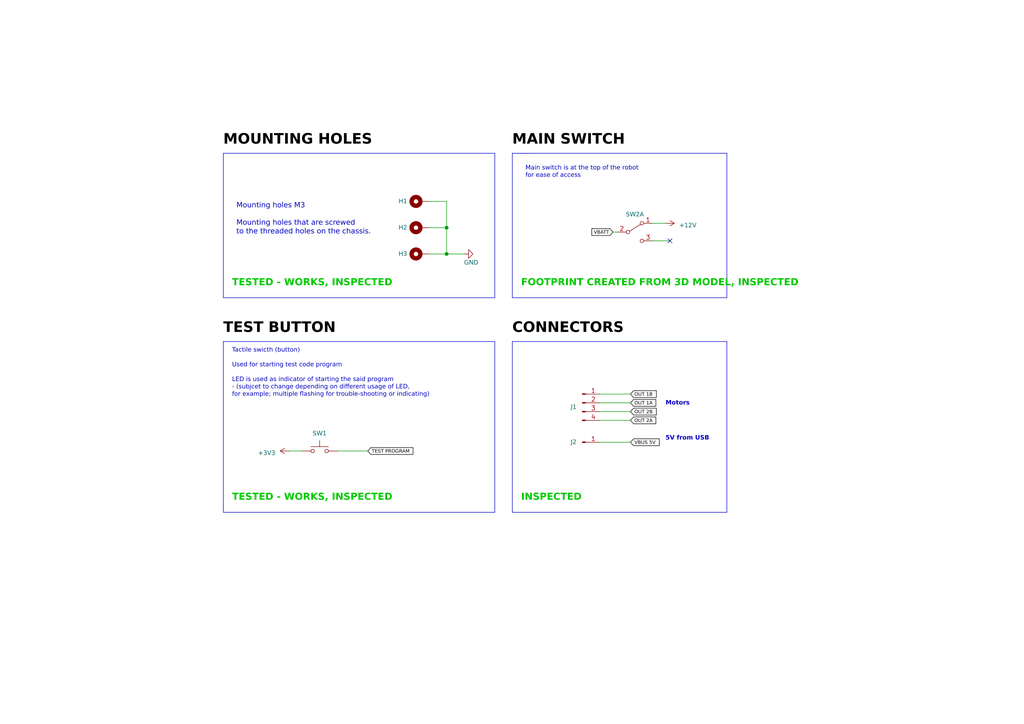
<source format=kicad_sch>
(kicad_sch (version 20231120) (generator "eeschema") (generator_version "8.0")
  (paper "A4")
  (title_block (title "SUMEC SMD") (company "SPŠ NA PROSEKU"))
  (lib_symbols
    (symbol "Connector:Conn_01x01_Pin" (pin_names (offset 1.016) hide)
      (property "Reference" "J" (at 0 2.54 0))
      (property "Value" "Conn_01x01_Pin" (at 0 -2.54 0))
      (symbol "Conn_01x01_Pin_1_1"
        (polyline (pts (xy 1.27 0) (xy 0.8636 0)) (stroke (width 0.1524)))
        (rectangle (start 0.8636 0.127) (end 0 -0.127) (stroke (width 0.1524)) (fill (type outline)))
        (pin passive line (at 5.08 0 180) (length 3.81) (name "Pin_1") (number "1"))
      )
    )
    (symbol "Connector:Conn_01x04_Pin" (pin_names (offset 1.016) hide)
      (property "Reference" "J" (at 0 5.08 0))
      (property "Value" "Conn_01x04_Pin" (at 0 -7.62 0))
      (symbol "Conn_01x04_Pin_1_1"
        (polyline (pts (xy 1.27 -5.08) (xy 0.8636 -5.08)) (stroke (width 0.1524)))
        (polyline (pts (xy 1.27 -2.54) (xy 0.8636 -2.54)) (stroke (width 0.1524)))
        (polyline (pts (xy 1.27 0) (xy 0.8636 0)) (stroke (width 0.1524)))
        (polyline (pts (xy 1.27 2.54) (xy 0.8636 2.54)) (stroke (width 0.1524)))
        (rectangle (start 0.8636 -4.953) (end 0 -5.207) (stroke (width 0.1524)) (fill (type outline)))
        (rectangle (start 0.8636 -2.413) (end 0 -2.667) (stroke (width 0.1524)) (fill (type outline)))
        (rectangle (start 0.8636 0.127) (end 0 -0.127) (stroke (width 0.1524)) (fill (type outline)))
        (rectangle (start 0.8636 2.667) (end 0 2.413) (stroke (width 0.1524)) (fill (type outline)))
        (pin passive line (at 5.08 2.54 180) (length 3.81) (name "Pin_1") (number "1"))
        (pin passive line (at 5.08 0 180) (length 3.81) (name "Pin_2") (number "2"))
        (pin passive line (at 5.08 -2.54 180) (length 3.81) (name "Pin_3") (number "3"))
        (pin passive line (at 5.08 -5.08 180) (length 3.81) (name "Pin_4") (number "4"))
      )
    )
    (symbol "Mechanical:MountingHole_Pad" (pin_numbers hide) (pin_names (offset 1.016) hide)
      (property "Reference" "H" (at 0 6.35 0))
      (property "Value" "MountingHole_Pad" (at 0 4.445 0))
      (symbol "MountingHole_Pad_0_1"
        (circle (center 0 1.27) (radius 1.27) (stroke (width 1.27)))
      )
      (symbol "MountingHole_Pad_1_1"
        (pin input line (at 0 -2.54 90) (length 2.54) (name "1") (number "1"))
      )
    )
    (symbol "Switch:SW_DPDT_x2" (pin_names (offset 0) hide)
      (property "Reference" "SW" (at 0 4.318 0))
      (property "Value" "SW_DPDT_x2" (at 0 -5.08 0))
      (symbol "SW_DPDT_x2_0_0"
        (circle (center -2.032 0) (radius 0.508))
        (circle (center 2.032 -2.54) (radius 0.508))
      )
      (symbol "SW_DPDT_x2_0_1"
        (polyline (pts (xy -1.524 0.254) (xy 1.651 2.286)))
        (circle (center 2.032 2.54) (radius 0.508))
      )
      (symbol "SW_DPDT_x2_1_1"
        (pin passive line (at 5.08 2.54 180) (length 2.54) (name "A") (number "1"))
        (pin passive line (at -5.08 0 0) (length 2.54) (name "B") (number "2"))
        (pin passive line (at 5.08 -2.54 180) (length 2.54) (name "C") (number "3"))
      )
      (symbol "SW_DPDT_x2_2_1"
        (pin passive line (at 5.08 2.54 180) (length 2.54) (name "A") (number "4"))
        (pin passive line (at -5.08 0 0) (length 2.54) (name "B") (number "5"))
        (pin passive line (at 5.08 -2.54 180) (length 2.54) (name "C") (number "6"))
      )
    )
    (symbol "Switch:SW_Push" (pin_numbers hide) (pin_names (offset 1.016) hide)
      (property "Reference" "SW" (at 1.27 2.54 0))
      (property "Value" "SW_Push" (at 0 -1.524 0))
      (symbol "SW_Push_0_1"
        (circle (center -2.032 0) (radius 0.508))
        (polyline (pts (xy 0 1.27) (xy 0 3.048)))
        (polyline (pts (xy 2.54 1.27) (xy -2.54 1.27)))
        (circle (center 2.032 0) (radius 0.508))
        (pin passive line (at -5.08 0 0) (length 2.54) (name "1") (number "1"))
        (pin passive line (at 5.08 0 180) (length 2.54) (name "2") (number "2"))
      )
    )
    (symbol "power:+12V" (power) (pin_names (offset 0))
      (property "Value" "+12V" (at 0 3.556 0))
      (symbol "+12V_0_1"
        (polyline (pts (xy -0.762 1.27) (xy 0 2.54)))
        (polyline (pts (xy 0 0) (xy 0 2.54)))
        (polyline (pts (xy 0 2.54) (xy 0.762 1.27)))
      )
      (symbol "+12V_1_1"
        (pin power_in line (at 0 0 90) (length 0) hide (name "+12V") (number "1"))
      )
    )
    (symbol "power:+3V3" (power) (pin_names (offset 0))
      (property "Value" "+3V3" (at 0 3.556 0))
      (symbol "+3V3_0_1"
        (polyline (pts (xy -0.762 1.27) (xy 0 2.54)))
        (polyline (pts (xy 0 0) (xy 0 2.54)))
        (polyline (pts (xy 0 2.54) (xy 0.762 1.27)))
      )
      (symbol "+3V3_1_1"
        (pin power_in line (at 0 0 90) (length 0) hide (name "+3V3") (number "1"))
      )
    )
    (symbol "power:GND" (power) (pin_names (offset 0))
      (property "Value" "GND" (at 0 -3.81 0))
      (symbol "GND_0_1"
        (polyline (pts (xy 0 0) (xy 0 -1.27) (xy 1.27 -1.27) (xy 0 -2.54) (xy -1.27 -1.27) (xy 0 -1.27)))
      )
      (symbol "GND_1_1"
        (pin power_in line (at 0 0 270) (length 0) hide (name "GND") (number "1"))
      )
    )
  )
  (junction (at 129.54 73.66))
  (junction (at 129.54 66.04))
  (no_connect (at 194.31 69.85))
  (wire (pts (xy 173.99 119.38) (xy 182.88 119.38)))
  (wire (pts (xy 193.04 64.77) (xy 189.23 64.77)))
  (wire (pts (xy 173.99 114.3) (xy 182.88 114.3)))
  (polyline (pts (xy 64.77 99.06) (xy 143.51 99.06)))
  (wire (pts (xy 124.46 58.42) (xy 129.54 58.42)))
  (wire (pts (xy 173.99 116.84) (xy 182.88 116.84)))
  (polyline (pts (xy 210.82 86.36) (xy 148.59 86.36)))
  (polyline (pts (xy 148.59 148.59) (xy 148.59 99.06)))
  (polyline (pts (xy 143.51 44.45) (xy 143.51 86.36)))
  (polyline (pts (xy 148.59 86.36) (xy 148.59 44.45)))
  (polyline (pts (xy 64.77 86.36) (xy 64.77 44.45)))
  (wire (pts (xy 134.62 73.66) (xy 129.54 73.66)))
  (wire (pts (xy 83.82 130.81) (xy 87.63 130.81)))
  (wire (pts (xy 129.54 66.04) (xy 129.54 73.66)))
  (polyline (pts (xy 153.67 44.45) (xy 148.59 44.45)))
  (wire (pts (xy 97.79 130.81) (xy 106.68 130.81)))
  (wire (pts (xy 173.99 121.92) (xy 182.88 121.92)))
  (polyline (pts (xy 148.59 99.06) (xy 210.82 99.06)))
  (wire (pts (xy 177.8 67.31) (xy 179.07 67.31)))
  (polyline (pts (xy 148.59 44.45) (xy 153.67 44.45)))
  (wire (pts (xy 129.54 73.66) (xy 124.46 73.66)))
  (polyline (pts (xy 64.77 44.45) (xy 143.51 44.45)))
  (wire (pts (xy 182.88 128.27) (xy 173.99 128.27)))
  (polyline (pts (xy 210.82 99.06) (xy 210.82 148.59)))
  (polyline (pts (xy 210.82 44.45) (xy 210.82 86.36)))
  (polyline (pts (xy 143.51 99.06) (xy 143.51 148.59)))
  (wire (pts (xy 124.46 66.04) (xy 129.54 66.04)))
  (polyline (pts (xy 64.77 148.59) (xy 143.51 148.59)))
  (wire (pts (xy 129.54 58.42) (xy 129.54 66.04)))
  (wire (pts (xy 194.31 69.85) (xy 189.23 69.85)))
  (polyline (pts (xy 64.77 86.36) (xy 143.51 86.36)))
  (polyline (pts (xy 151.13 44.45) (xy 210.82 44.45)))
  (polyline (pts (xy 210.82 148.59) (xy 148.59 148.59)))
  (polyline (pts (xy 64.77 148.59) (xy 64.77 99.06)))
  (text "MOUNTING HOLES" (at 64.77 43.18 0) (effects (font (size 3 3) (bold yes)) (justify left bottom)))
  (text "Mounting holes M3 \n\nMounting holes that are screwed \nto the threaded holes on the chassis.\n" (at 68.58 68.58 0) (effects (font (size 1.5 1.5) (italic yes)) (justify left bottom)))
  (text "MAIN SWITCH" (at 148.59 43.18 0) (effects (font (size 3 3) (bold yes)) (justify left bottom)))
  (text "TESTED - WORKS, INSPECTED" (at 67.31 146.05 0) (effects (font (size 2 2) (thickness 0.4) (bold yes)) (justify left bottom)))
  (text "Motors " (at 193.04 118.11 0) (effects (font (size 1.27 1.27) (thickness 0.254) (bold yes)) (justify left bottom)))
  (text "TESTED - WORKS, INSPECTED" (at 67.31 83.82 0) (effects (font (size 2 2) (thickness 0.4) (bold yes)) (justify left bottom)))
  (text "INSPECTED" (at 151.13 146.05 0) (effects (font (size 2 2) (thickness 0.4) (bold yes)) (justify left bottom)))
  (text "TEST BUTTON" (at 64.77 97.79 0) (effects (font (size 3 3) (bold yes)) (justify left bottom)))
  (text "Main switch is at the top of the robot \nfor ease of access" (at 152.4 52.07 0) (effects (font (size 1.27 1.27)) (justify left bottom)))
  (text "5V from USB" (at 193.04 128.27 0) (effects (font (size 1.27 1.27) (thickness 0.254) (bold yes)) (justify left bottom)))
  (text "FOOTPRINT CREATED FROM 3D MODEL, INSPECTED" (at 151.13 83.82 0) (effects (font (size 2 2) (thickness 0.4) (bold yes)) (justify left bottom)))
  (text "CONNECTORS" (at 148.59 97.79 0) (effects (font (size 3 3) (bold yes)) (justify left bottom)))
  (text "Tactile swicth (button)\n\nUsed for starting test code program\n\nLED is used as indicator of starting the said program \n- (subjcet to change depending on different usage of LED, \nfor example; multiple flashing for trouble-shooting or indicating)" (at 67.31 115.57 0) (effects (font (size 1.27 1.27) (italic yes)) (justify left bottom)))
  (global_label "OUT 2A" (shape input) (at 182.88 121.92 0) (effects (font (size 1 1))) (property "Intersheetrefs" "${INTERSHEET_REFS}" (effects (hide yes))))
  (global_label "OUT 1B" (shape input) (at 182.88 114.3 0) (effects (font (size 1 1))) (property "Intersheetrefs" "${INTERSHEET_REFS}" (effects (hide yes))))
  (global_label "OUT 2B" (shape input) (at 182.88 119.38 0) (effects (font (size 1 1))) (property "Intersheetrefs" "${INTERSHEET_REFS}" (effects (hide yes))))
  (global_label "VBUS 5V" (shape input) (at 182.88 128.27 0) (effects (font (size 1 1))) (property "Intersheetrefs" "${INTERSHEET_REFS}" (effects (hide yes))))
  (global_label "OUT 1A" (shape input) (at 182.88 116.84 0) (effects (font (size 1 1))) (property "Intersheetrefs" "${INTERSHEET_REFS}" (effects (hide yes))))
  (global_label "VBATT" (shape input) (at 177.8 67.31 180) (effects (font (size 1 1))) (property "Intersheetrefs" "${INTERSHEET_REFS}" (effects (hide yes))))
  (global_label "TEST PROGRAM" (shape input) (at 106.68 130.81 0) (effects (font (size 1 1))) (property "Intersheetrefs" "${INTERSHEET_REFS}" (effects (hide yes))))
  (symbol (lib_id "power:GND") (at 134.62 73.66 90) (unit 1)
    (property "Reference" "#PWR02" (effects (hide yes)))
    (property "Value" "GND" (at 134.62 76.2 90) (effects (justify right)))
  )
  (symbol (lib_id "Switch:SW_Push") (at 92.71 130.81 0) (unit 1)
    (property "Reference" "SW1" (at 92.71 125.73 0))
    (property "Value" "SW_Push" (effects (hide yes)))
    (property "Footprint" "Button_Switch_SMD:SW_SPST_B3U-1000P" (effects (hide yes)))
  )
  (symbol (lib_id "power:+12V") (at 193.04 64.77 270) (unit 1)
    (property "Reference" "#PWR03" (effects (hide yes)))
    (property "Value" "+12V" (at 196.85 65.405 90) (effects (justify left)))
  )
  (symbol (lib_id "Connector:Conn_01x04_Pin") (at 168.91 116.84 0) (unit 1)
    (property "Reference" "J1" (at 166.37 118.11 0))
    (property "Value" "Conn_01x04_Pin" (effects (hide yes)))
    (property "Footprint" "Connector_JST:JST_XH_B4B-XH-A_1x04_P2.50mm_Vertical" (effects (hide yes)))
  )
  (symbol (lib_id "power:+3V3") (at 83.82 130.81 90) (unit 1)
    (property "Reference" "#PWR01" (effects (hide yes)))
    (property "Value" "+3V3" (at 80.01 131.445 90) (effects (justify left)))
  )
  (symbol (lib_id "Switch:SW_DPDT_x2") (at 184.15 67.31 0) (unit 1)
    (property "Reference" "SW2" (at 184.15 62.23 0))
    (property "Value" "SW_DPDT_x2" (effects (hide yes)))
    (property "Footprint" "sumec-smdV2_library:Custom_SPDT_4.8mm_Switch" (effects (hide yes)))
  )
  (symbol (lib_id "Connector:Conn_01x01_Pin") (at 168.91 128.27 0) (unit 1)
    (property "Reference" "J2" (at 166.37 128.27 0))
    (property "Value" "Conn_01x01_Pin" (effects (hide yes)))
    (property "Footprint" "Connector_Wire:SolderWire-0.1sqmm_1x01_D0.4mm_OD1mm" (effects (hide yes)))
  )
  (symbol (lib_id "Mechanical:MountingHole_Pad") (at 121.92 58.42 90) (unit 1)
    (property "Reference" "H1" (at 116.84 58.42 90))
    (property "Value" "MountingHole_Pad" (effects (hide yes)))
    (property "Footprint" "MountingHole:MountingHole_3.2mm_M3_Pad" (effects (hide yes)))
  )
  (symbol (lib_id "Mechanical:MountingHole_Pad") (at 121.92 66.04 90) (unit 1)
    (property "Reference" "H2" (at 116.84 66.04 90))
    (property "Value" "MountingHole_Pad" (effects (hide yes)))
    (property "Footprint" "MountingHole:MountingHole_3.2mm_M3_Pad" (effects (hide yes)))
  )
  (symbol (lib_id "Mechanical:MountingHole_Pad") (at 121.92 73.66 90) (unit 1)
    (property "Reference" "H3" (at 116.84 73.66 90))
    (property "Value" "MountingHole_Pad" (effects (hide yes)))
    (property "Footprint" "MountingHole:MountingHole_3.2mm_M3_Pad" (effects (hide yes)))
  )
)
</source>
